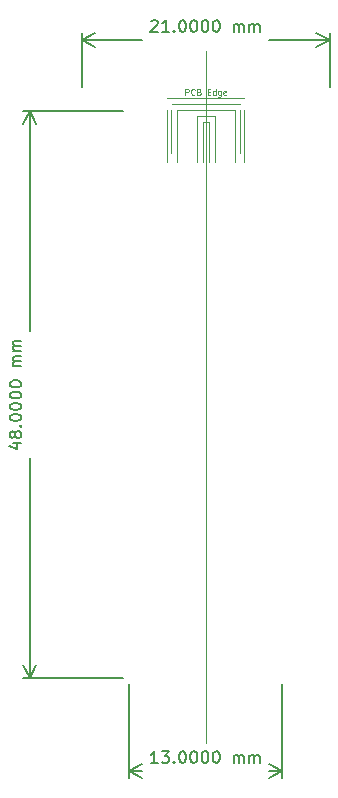
<source format=gbr>
G04 #@! TF.GenerationSoftware,KiCad,Pcbnew,(5.99.0-11673-ga90656900a)*
G04 #@! TF.CreationDate,2021-08-26T12:12:16+05:30*
G04 #@! TF.ProjectId,Mitayi-Pico-RP2040,4d697461-7969-42d5-9069-636f2d525032,0.1*
G04 #@! TF.SameCoordinates,Original*
G04 #@! TF.FileFunction,OtherDrawing,Comment*
%FSLAX46Y46*%
G04 Gerber Fmt 4.6, Leading zero omitted, Abs format (unit mm)*
G04 Created by KiCad (PCBNEW (5.99.0-11673-ga90656900a)) date 2021-08-26 12:12:16*
%MOMM*%
%LPD*%
G01*
G04 APERTURE LIST*
%ADD10C,0.100000*%
%ADD11C,0.150000*%
%ADD12C,0.080000*%
%ADD13C,0.020000*%
G04 APERTURE END LIST*
D10*
X149500000Y-61400000D02*
X149500000Y-120000000D01*
D11*
X145452380Y-121702380D02*
X144880952Y-121702380D01*
X145166666Y-121702380D02*
X145166666Y-120702380D01*
X145071428Y-120845238D01*
X144976190Y-120940476D01*
X144880952Y-120988095D01*
X145785714Y-120702380D02*
X146404761Y-120702380D01*
X146071428Y-121083333D01*
X146214285Y-121083333D01*
X146309523Y-121130952D01*
X146357142Y-121178571D01*
X146404761Y-121273809D01*
X146404761Y-121511904D01*
X146357142Y-121607142D01*
X146309523Y-121654761D01*
X146214285Y-121702380D01*
X145928571Y-121702380D01*
X145833333Y-121654761D01*
X145785714Y-121607142D01*
X146833333Y-121607142D02*
X146880952Y-121654761D01*
X146833333Y-121702380D01*
X146785714Y-121654761D01*
X146833333Y-121607142D01*
X146833333Y-121702380D01*
X147500000Y-120702380D02*
X147595238Y-120702380D01*
X147690476Y-120750000D01*
X147738095Y-120797619D01*
X147785714Y-120892857D01*
X147833333Y-121083333D01*
X147833333Y-121321428D01*
X147785714Y-121511904D01*
X147738095Y-121607142D01*
X147690476Y-121654761D01*
X147595238Y-121702380D01*
X147500000Y-121702380D01*
X147404761Y-121654761D01*
X147357142Y-121607142D01*
X147309523Y-121511904D01*
X147261904Y-121321428D01*
X147261904Y-121083333D01*
X147309523Y-120892857D01*
X147357142Y-120797619D01*
X147404761Y-120750000D01*
X147500000Y-120702380D01*
X148452380Y-120702380D02*
X148547619Y-120702380D01*
X148642857Y-120750000D01*
X148690476Y-120797619D01*
X148738095Y-120892857D01*
X148785714Y-121083333D01*
X148785714Y-121321428D01*
X148738095Y-121511904D01*
X148690476Y-121607142D01*
X148642857Y-121654761D01*
X148547619Y-121702380D01*
X148452380Y-121702380D01*
X148357142Y-121654761D01*
X148309523Y-121607142D01*
X148261904Y-121511904D01*
X148214285Y-121321428D01*
X148214285Y-121083333D01*
X148261904Y-120892857D01*
X148309523Y-120797619D01*
X148357142Y-120750000D01*
X148452380Y-120702380D01*
X149404761Y-120702380D02*
X149500000Y-120702380D01*
X149595238Y-120750000D01*
X149642857Y-120797619D01*
X149690476Y-120892857D01*
X149738095Y-121083333D01*
X149738095Y-121321428D01*
X149690476Y-121511904D01*
X149642857Y-121607142D01*
X149595238Y-121654761D01*
X149500000Y-121702380D01*
X149404761Y-121702380D01*
X149309523Y-121654761D01*
X149261904Y-121607142D01*
X149214285Y-121511904D01*
X149166666Y-121321428D01*
X149166666Y-121083333D01*
X149214285Y-120892857D01*
X149261904Y-120797619D01*
X149309523Y-120750000D01*
X149404761Y-120702380D01*
X150357142Y-120702380D02*
X150452380Y-120702380D01*
X150547619Y-120750000D01*
X150595238Y-120797619D01*
X150642857Y-120892857D01*
X150690476Y-121083333D01*
X150690476Y-121321428D01*
X150642857Y-121511904D01*
X150595238Y-121607142D01*
X150547619Y-121654761D01*
X150452380Y-121702380D01*
X150357142Y-121702380D01*
X150261904Y-121654761D01*
X150214285Y-121607142D01*
X150166666Y-121511904D01*
X150119047Y-121321428D01*
X150119047Y-121083333D01*
X150166666Y-120892857D01*
X150214285Y-120797619D01*
X150261904Y-120750000D01*
X150357142Y-120702380D01*
X151880952Y-121702380D02*
X151880952Y-121035714D01*
X151880952Y-121130952D02*
X151928571Y-121083333D01*
X152023809Y-121035714D01*
X152166666Y-121035714D01*
X152261904Y-121083333D01*
X152309523Y-121178571D01*
X152309523Y-121702380D01*
X152309523Y-121178571D02*
X152357142Y-121083333D01*
X152452380Y-121035714D01*
X152595238Y-121035714D01*
X152690476Y-121083333D01*
X152738095Y-121178571D01*
X152738095Y-121702380D01*
X153214285Y-121702380D02*
X153214285Y-121035714D01*
X153214285Y-121130952D02*
X153261904Y-121083333D01*
X153357142Y-121035714D01*
X153500000Y-121035714D01*
X153595238Y-121083333D01*
X153642857Y-121178571D01*
X153642857Y-121702380D01*
X153642857Y-121178571D02*
X153690476Y-121083333D01*
X153785714Y-121035714D01*
X153928571Y-121035714D01*
X154023809Y-121083333D01*
X154071428Y-121178571D01*
X154071428Y-121702380D01*
X143000000Y-115010000D02*
X143000000Y-122986420D01*
X156000000Y-115010000D02*
X156000000Y-122986420D01*
X143000000Y-122400000D02*
X144115476Y-122400000D01*
X154884524Y-122400000D02*
X156000000Y-122400000D01*
X143000000Y-122400000D02*
X144126504Y-122986421D01*
X143000000Y-122400000D02*
X144126504Y-121813579D01*
X156000000Y-122400000D02*
X154873496Y-121813579D01*
X156000000Y-122400000D02*
X154873496Y-122986421D01*
X144880952Y-58897619D02*
X144928571Y-58850000D01*
X145023809Y-58802380D01*
X145261904Y-58802380D01*
X145357142Y-58850000D01*
X145404761Y-58897619D01*
X145452380Y-58992857D01*
X145452380Y-59088095D01*
X145404761Y-59230952D01*
X144833333Y-59802380D01*
X145452380Y-59802380D01*
X146404761Y-59802380D02*
X145833333Y-59802380D01*
X146119047Y-59802380D02*
X146119047Y-58802380D01*
X146023809Y-58945238D01*
X145928571Y-59040476D01*
X145833333Y-59088095D01*
X146833333Y-59707142D02*
X146880952Y-59754761D01*
X146833333Y-59802380D01*
X146785714Y-59754761D01*
X146833333Y-59707142D01*
X146833333Y-59802380D01*
X147500000Y-58802380D02*
X147595238Y-58802380D01*
X147690476Y-58850000D01*
X147738095Y-58897619D01*
X147785714Y-58992857D01*
X147833333Y-59183333D01*
X147833333Y-59421428D01*
X147785714Y-59611904D01*
X147738095Y-59707142D01*
X147690476Y-59754761D01*
X147595238Y-59802380D01*
X147500000Y-59802380D01*
X147404761Y-59754761D01*
X147357142Y-59707142D01*
X147309523Y-59611904D01*
X147261904Y-59421428D01*
X147261904Y-59183333D01*
X147309523Y-58992857D01*
X147357142Y-58897619D01*
X147404761Y-58850000D01*
X147500000Y-58802380D01*
X148452380Y-58802380D02*
X148547619Y-58802380D01*
X148642857Y-58850000D01*
X148690476Y-58897619D01*
X148738095Y-58992857D01*
X148785714Y-59183333D01*
X148785714Y-59421428D01*
X148738095Y-59611904D01*
X148690476Y-59707142D01*
X148642857Y-59754761D01*
X148547619Y-59802380D01*
X148452380Y-59802380D01*
X148357142Y-59754761D01*
X148309523Y-59707142D01*
X148261904Y-59611904D01*
X148214285Y-59421428D01*
X148214285Y-59183333D01*
X148261904Y-58992857D01*
X148309523Y-58897619D01*
X148357142Y-58850000D01*
X148452380Y-58802380D01*
X149404761Y-58802380D02*
X149500000Y-58802380D01*
X149595238Y-58850000D01*
X149642857Y-58897619D01*
X149690476Y-58992857D01*
X149738095Y-59183333D01*
X149738095Y-59421428D01*
X149690476Y-59611904D01*
X149642857Y-59707142D01*
X149595238Y-59754761D01*
X149500000Y-59802380D01*
X149404761Y-59802380D01*
X149309523Y-59754761D01*
X149261904Y-59707142D01*
X149214285Y-59611904D01*
X149166666Y-59421428D01*
X149166666Y-59183333D01*
X149214285Y-58992857D01*
X149261904Y-58897619D01*
X149309523Y-58850000D01*
X149404761Y-58802380D01*
X150357142Y-58802380D02*
X150452380Y-58802380D01*
X150547619Y-58850000D01*
X150595238Y-58897619D01*
X150642857Y-58992857D01*
X150690476Y-59183333D01*
X150690476Y-59421428D01*
X150642857Y-59611904D01*
X150595238Y-59707142D01*
X150547619Y-59754761D01*
X150452380Y-59802380D01*
X150357142Y-59802380D01*
X150261904Y-59754761D01*
X150214285Y-59707142D01*
X150166666Y-59611904D01*
X150119047Y-59421428D01*
X150119047Y-59183333D01*
X150166666Y-58992857D01*
X150214285Y-58897619D01*
X150261904Y-58850000D01*
X150357142Y-58802380D01*
X151880952Y-59802380D02*
X151880952Y-59135714D01*
X151880952Y-59230952D02*
X151928571Y-59183333D01*
X152023809Y-59135714D01*
X152166666Y-59135714D01*
X152261904Y-59183333D01*
X152309523Y-59278571D01*
X152309523Y-59802380D01*
X152309523Y-59278571D02*
X152357142Y-59183333D01*
X152452380Y-59135714D01*
X152595238Y-59135714D01*
X152690476Y-59183333D01*
X152738095Y-59278571D01*
X152738095Y-59802380D01*
X153214285Y-59802380D02*
X153214285Y-59135714D01*
X153214285Y-59230952D02*
X153261904Y-59183333D01*
X153357142Y-59135714D01*
X153500000Y-59135714D01*
X153595238Y-59183333D01*
X153642857Y-59278571D01*
X153642857Y-59802380D01*
X153642857Y-59278571D02*
X153690476Y-59183333D01*
X153785714Y-59135714D01*
X153928571Y-59135714D01*
X154023809Y-59183333D01*
X154071428Y-59278571D01*
X154071428Y-59802380D01*
X139000000Y-64500000D02*
X139000000Y-59913580D01*
X160000000Y-64500000D02*
X160000000Y-59913580D01*
X139000000Y-60500000D02*
X144115476Y-60500000D01*
X154884524Y-60500000D02*
X160000000Y-60500000D01*
X139000000Y-60500000D02*
X140126504Y-61086421D01*
X139000000Y-60500000D02*
X140126504Y-59913579D01*
X160000000Y-60500000D02*
X158873496Y-59913579D01*
X160000000Y-60500000D02*
X158873496Y-61086421D01*
X133235714Y-94652857D02*
X133902380Y-94652857D01*
X132854761Y-94890952D02*
X133569047Y-95129047D01*
X133569047Y-94510000D01*
X133330952Y-93986190D02*
X133283333Y-94081428D01*
X133235714Y-94129047D01*
X133140476Y-94176666D01*
X133092857Y-94176666D01*
X132997619Y-94129047D01*
X132950000Y-94081428D01*
X132902380Y-93986190D01*
X132902380Y-93795714D01*
X132950000Y-93700476D01*
X132997619Y-93652857D01*
X133092857Y-93605238D01*
X133140476Y-93605238D01*
X133235714Y-93652857D01*
X133283333Y-93700476D01*
X133330952Y-93795714D01*
X133330952Y-93986190D01*
X133378571Y-94081428D01*
X133426190Y-94129047D01*
X133521428Y-94176666D01*
X133711904Y-94176666D01*
X133807142Y-94129047D01*
X133854761Y-94081428D01*
X133902380Y-93986190D01*
X133902380Y-93795714D01*
X133854761Y-93700476D01*
X133807142Y-93652857D01*
X133711904Y-93605238D01*
X133521428Y-93605238D01*
X133426190Y-93652857D01*
X133378571Y-93700476D01*
X133330952Y-93795714D01*
X133807142Y-93176666D02*
X133854761Y-93129047D01*
X133902380Y-93176666D01*
X133854761Y-93224285D01*
X133807142Y-93176666D01*
X133902380Y-93176666D01*
X132902380Y-92510000D02*
X132902380Y-92414761D01*
X132950000Y-92319523D01*
X132997619Y-92271904D01*
X133092857Y-92224285D01*
X133283333Y-92176666D01*
X133521428Y-92176666D01*
X133711904Y-92224285D01*
X133807142Y-92271904D01*
X133854761Y-92319523D01*
X133902380Y-92414761D01*
X133902380Y-92510000D01*
X133854761Y-92605238D01*
X133807142Y-92652857D01*
X133711904Y-92700476D01*
X133521428Y-92748095D01*
X133283333Y-92748095D01*
X133092857Y-92700476D01*
X132997619Y-92652857D01*
X132950000Y-92605238D01*
X132902380Y-92510000D01*
X132902380Y-91557619D02*
X132902380Y-91462380D01*
X132950000Y-91367142D01*
X132997619Y-91319523D01*
X133092857Y-91271904D01*
X133283333Y-91224285D01*
X133521428Y-91224285D01*
X133711904Y-91271904D01*
X133807142Y-91319523D01*
X133854761Y-91367142D01*
X133902380Y-91462380D01*
X133902380Y-91557619D01*
X133854761Y-91652857D01*
X133807142Y-91700476D01*
X133711904Y-91748095D01*
X133521428Y-91795714D01*
X133283333Y-91795714D01*
X133092857Y-91748095D01*
X132997619Y-91700476D01*
X132950000Y-91652857D01*
X132902380Y-91557619D01*
X132902380Y-90605238D02*
X132902380Y-90510000D01*
X132950000Y-90414761D01*
X132997619Y-90367142D01*
X133092857Y-90319523D01*
X133283333Y-90271904D01*
X133521428Y-90271904D01*
X133711904Y-90319523D01*
X133807142Y-90367142D01*
X133854761Y-90414761D01*
X133902380Y-90510000D01*
X133902380Y-90605238D01*
X133854761Y-90700476D01*
X133807142Y-90748095D01*
X133711904Y-90795714D01*
X133521428Y-90843333D01*
X133283333Y-90843333D01*
X133092857Y-90795714D01*
X132997619Y-90748095D01*
X132950000Y-90700476D01*
X132902380Y-90605238D01*
X132902380Y-89652857D02*
X132902380Y-89557619D01*
X132950000Y-89462380D01*
X132997619Y-89414761D01*
X133092857Y-89367142D01*
X133283333Y-89319523D01*
X133521428Y-89319523D01*
X133711904Y-89367142D01*
X133807142Y-89414761D01*
X133854761Y-89462380D01*
X133902380Y-89557619D01*
X133902380Y-89652857D01*
X133854761Y-89748095D01*
X133807142Y-89795714D01*
X133711904Y-89843333D01*
X133521428Y-89890952D01*
X133283333Y-89890952D01*
X133092857Y-89843333D01*
X132997619Y-89795714D01*
X132950000Y-89748095D01*
X132902380Y-89652857D01*
X133902380Y-88129047D02*
X133235714Y-88129047D01*
X133330952Y-88129047D02*
X133283333Y-88081428D01*
X133235714Y-87986190D01*
X133235714Y-87843333D01*
X133283333Y-87748095D01*
X133378571Y-87700476D01*
X133902380Y-87700476D01*
X133378571Y-87700476D02*
X133283333Y-87652857D01*
X133235714Y-87557619D01*
X133235714Y-87414761D01*
X133283333Y-87319523D01*
X133378571Y-87271904D01*
X133902380Y-87271904D01*
X133902380Y-86795714D02*
X133235714Y-86795714D01*
X133330952Y-86795714D02*
X133283333Y-86748095D01*
X133235714Y-86652857D01*
X133235714Y-86510000D01*
X133283333Y-86414761D01*
X133378571Y-86367142D01*
X133902380Y-86367142D01*
X133378571Y-86367142D02*
X133283333Y-86319523D01*
X133235714Y-86224285D01*
X133235714Y-86081428D01*
X133283333Y-85986190D01*
X133378571Y-85938571D01*
X133902380Y-85938571D01*
X142500000Y-66510000D02*
X134013580Y-66510000D01*
X142500000Y-114510000D02*
X134013580Y-114510000D01*
X134600000Y-66510000D02*
X134600000Y-85125476D01*
X134600000Y-95894524D02*
X134600000Y-114510000D01*
X134600000Y-66510000D02*
X134013579Y-67636504D01*
X134600000Y-66510000D02*
X135186421Y-67636504D01*
X134600000Y-114510000D02*
X135186421Y-113383496D01*
X134600000Y-114510000D02*
X134013579Y-113383496D01*
D12*
X147795714Y-65138690D02*
X147795714Y-64638690D01*
X147986190Y-64638690D01*
X148033809Y-64662500D01*
X148057619Y-64686309D01*
X148081428Y-64733928D01*
X148081428Y-64805357D01*
X148057619Y-64852976D01*
X148033809Y-64876785D01*
X147986190Y-64900595D01*
X147795714Y-64900595D01*
X148581428Y-65091071D02*
X148557619Y-65114880D01*
X148486190Y-65138690D01*
X148438571Y-65138690D01*
X148367142Y-65114880D01*
X148319523Y-65067261D01*
X148295714Y-65019642D01*
X148271904Y-64924404D01*
X148271904Y-64852976D01*
X148295714Y-64757738D01*
X148319523Y-64710119D01*
X148367142Y-64662500D01*
X148438571Y-64638690D01*
X148486190Y-64638690D01*
X148557619Y-64662500D01*
X148581428Y-64686309D01*
X148962380Y-64876785D02*
X149033809Y-64900595D01*
X149057619Y-64924404D01*
X149081428Y-64972023D01*
X149081428Y-65043452D01*
X149057619Y-65091071D01*
X149033809Y-65114880D01*
X148986190Y-65138690D01*
X148795714Y-65138690D01*
X148795714Y-64638690D01*
X148962380Y-64638690D01*
X149010000Y-64662500D01*
X149033809Y-64686309D01*
X149057619Y-64733928D01*
X149057619Y-64781547D01*
X149033809Y-64829166D01*
X149010000Y-64852976D01*
X148962380Y-64876785D01*
X148795714Y-64876785D01*
X149676666Y-64876785D02*
X149843333Y-64876785D01*
X149914761Y-65138690D02*
X149676666Y-65138690D01*
X149676666Y-64638690D01*
X149914761Y-64638690D01*
X150343333Y-65138690D02*
X150343333Y-64638690D01*
X150343333Y-65114880D02*
X150295714Y-65138690D01*
X150200476Y-65138690D01*
X150152857Y-65114880D01*
X150129047Y-65091071D01*
X150105238Y-65043452D01*
X150105238Y-64900595D01*
X150129047Y-64852976D01*
X150152857Y-64829166D01*
X150200476Y-64805357D01*
X150295714Y-64805357D01*
X150343333Y-64829166D01*
X150795714Y-64805357D02*
X150795714Y-65210119D01*
X150771904Y-65257738D01*
X150748095Y-65281547D01*
X150700476Y-65305357D01*
X150629047Y-65305357D01*
X150581428Y-65281547D01*
X150795714Y-65114880D02*
X150748095Y-65138690D01*
X150652857Y-65138690D01*
X150605238Y-65114880D01*
X150581428Y-65091071D01*
X150557619Y-65043452D01*
X150557619Y-64900595D01*
X150581428Y-64852976D01*
X150605238Y-64829166D01*
X150652857Y-64805357D01*
X150748095Y-64805357D01*
X150795714Y-64829166D01*
X151224285Y-65114880D02*
X151176666Y-65138690D01*
X151081428Y-65138690D01*
X151033809Y-65114880D01*
X151010000Y-65067261D01*
X151010000Y-64876785D01*
X151033809Y-64829166D01*
X151081428Y-64805357D01*
X151176666Y-64805357D01*
X151224285Y-64829166D01*
X151248095Y-64876785D01*
X151248095Y-64924404D01*
X151010000Y-64972023D01*
D13*
X150260000Y-66930000D02*
X148760000Y-66930000D01*
X152760000Y-70800000D02*
X152760000Y-66430000D01*
X152400000Y-65930000D02*
X146620000Y-65930000D01*
X151960000Y-66430000D02*
X147060000Y-66430000D01*
X146260000Y-70800000D02*
X146260000Y-66430000D01*
X149760000Y-67430000D02*
X149260000Y-67430000D01*
X152760000Y-65430000D02*
X146260000Y-65430000D01*
X152410000Y-70080000D02*
X152410000Y-66430000D01*
X149760000Y-70800000D02*
X149760000Y-67430000D01*
X150260000Y-70800000D02*
X150260000Y-66930000D01*
X151960000Y-70800000D02*
X151960000Y-66430000D01*
X147060000Y-70800000D02*
X147060000Y-66430000D01*
X146610000Y-70080000D02*
X146610000Y-66430000D01*
X148760000Y-70800000D02*
X148760000Y-66930000D01*
X149260000Y-70800000D02*
X149260000Y-67430000D01*
M02*

</source>
